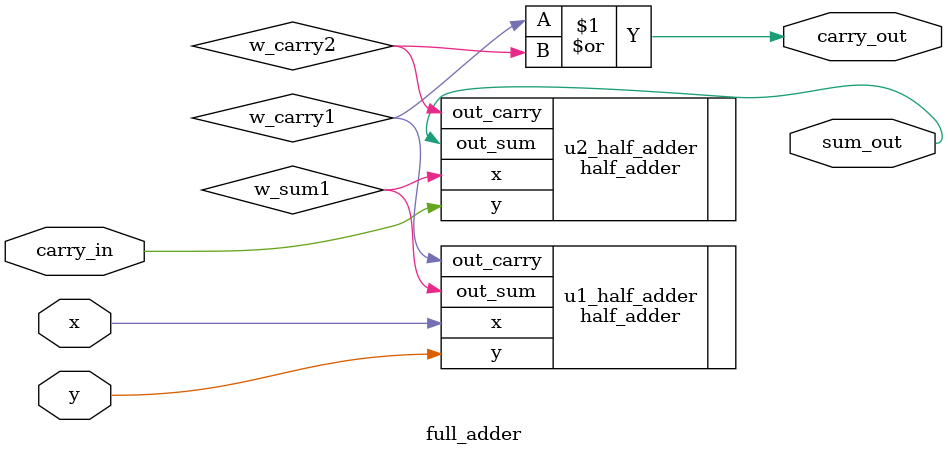
<source format=v>
module full_adder(x, y, carry_in, sum_out, carry_out);

input  x; 
input  y;
input  carry_in;
output sum_out;
output carry_out;

wire w_sum1;
wire w_carry1;
wire w_carry2;

assign carry_out = w_carry1 | w_carry2;

half_adder u1_half_adder(.x(x), .y(y), .out_sum(w_sum1), .out_carry(w_carry1));                    
half_adder u2_half_adder(.x(w_sum1), .y(carry_in), .out_sum(sum_out), .out_carry(w_carry2));               

endmodule 
</source>
